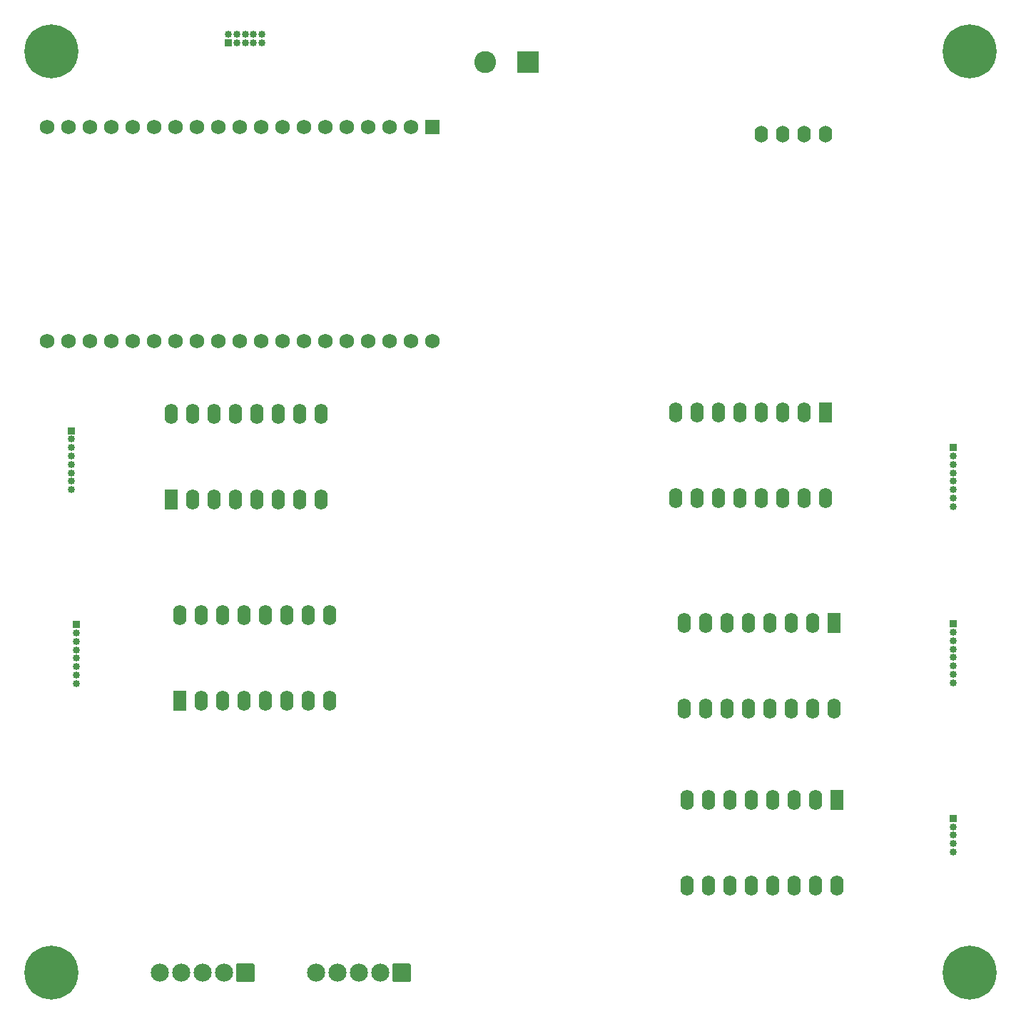
<source format=gbr>
%TF.GenerationSoftware,KiCad,Pcbnew,7.0.10*%
%TF.CreationDate,2024-02-03T22:52:19+05:30*%
%TF.ProjectId,ControlUnit,436f6e74-726f-46c5-956e-69742e6b6963,rev?*%
%TF.SameCoordinates,Original*%
%TF.FileFunction,Soldermask,Bot*%
%TF.FilePolarity,Negative*%
%FSLAX46Y46*%
G04 Gerber Fmt 4.6, Leading zero omitted, Abs format (unit mm)*
G04 Created by KiCad (PCBNEW 7.0.10) date 2024-02-03 22:52:19*
%MOMM*%
%LPD*%
G01*
G04 APERTURE LIST*
G04 Aperture macros list*
%AMRoundRect*
0 Rectangle with rounded corners*
0 $1 Rounding radius*
0 $2 $3 $4 $5 $6 $7 $8 $9 X,Y pos of 4 corners*
0 Add a 4 corners polygon primitive as box body*
4,1,4,$2,$3,$4,$5,$6,$7,$8,$9,$2,$3,0*
0 Add four circle primitives for the rounded corners*
1,1,$1+$1,$2,$3*
1,1,$1+$1,$4,$5*
1,1,$1+$1,$6,$7*
1,1,$1+$1,$8,$9*
0 Add four rect primitives between the rounded corners*
20,1,$1+$1,$2,$3,$4,$5,0*
20,1,$1+$1,$4,$5,$6,$7,0*
20,1,$1+$1,$6,$7,$8,$9,0*
20,1,$1+$1,$8,$9,$2,$3,0*%
G04 Aperture macros list end*
%ADD10R,1.600000X2.400000*%
%ADD11O,1.600000X2.400000*%
%ADD12C,2.134400*%
%ADD13RoundRect,0.102000X-0.965200X-0.965200X0.965200X-0.965200X0.965200X0.965200X-0.965200X0.965200X0*%
%ADD14RoundRect,0.102000X-0.765000X0.765000X-0.765000X-0.765000X0.765000X-0.765000X0.765000X0.765000X0*%
%ADD15C,1.734000*%
%ADD16R,0.850000X0.850000*%
%ADD17O,0.850000X0.850000*%
%ADD18C,0.800000*%
%ADD19C,6.400000*%
%ADD20O,1.600000X2.000000*%
%ADD21R,2.600000X2.600000*%
%ADD22C,2.600000*%
G04 APERTURE END LIST*
D10*
%TO.C,U6*%
X179240000Y-133840000D03*
D11*
X176700000Y-133840000D03*
X174160000Y-133840000D03*
X171620000Y-133840000D03*
X169080000Y-133840000D03*
X166540000Y-133840000D03*
X164000000Y-133840000D03*
X161460000Y-133840000D03*
X161460000Y-144000000D03*
X164000000Y-144000000D03*
X166540000Y-144000000D03*
X169080000Y-144000000D03*
X171620000Y-144000000D03*
X174160000Y-144000000D03*
X176700000Y-144000000D03*
X179240000Y-144000000D03*
%TD*%
D12*
%TO.C,U5*%
X98920000Y-154302900D03*
X101460000Y-154302900D03*
D13*
X109080000Y-154302900D03*
D12*
X104000000Y-154302900D03*
X106540000Y-154302900D03*
%TD*%
D14*
%TO.C,U1*%
X131200000Y-54000000D03*
D15*
X128660000Y-54000000D03*
X126120000Y-54000000D03*
X123580000Y-54000000D03*
X121040000Y-54000000D03*
X118500000Y-54000000D03*
X115960000Y-54000000D03*
X113420000Y-54000000D03*
X110880000Y-54000000D03*
X108340000Y-54000000D03*
X105800000Y-54000000D03*
X103260000Y-54000000D03*
X100720000Y-54000000D03*
X98180000Y-54000000D03*
X95640000Y-54000000D03*
X93100000Y-54000000D03*
X90560000Y-54000000D03*
X88020000Y-54000000D03*
X85480000Y-54000000D03*
X85480000Y-79400000D03*
X88020000Y-79400000D03*
X90560000Y-79400000D03*
X93100000Y-79400000D03*
X95640000Y-79400000D03*
X98180000Y-79400000D03*
X100720000Y-79400000D03*
X103260000Y-79400000D03*
X105800000Y-79400000D03*
X108340000Y-79400000D03*
X110880000Y-79400000D03*
X113420000Y-79400000D03*
X115960000Y-79400000D03*
X118500000Y-79400000D03*
X121040000Y-79400000D03*
X123580000Y-79400000D03*
X126120000Y-79400000D03*
X128660000Y-79400000D03*
X131200000Y-79400000D03*
%TD*%
D16*
%TO.C,J7*%
X193000000Y-92000000D03*
D17*
X193000000Y-93000000D03*
X193000000Y-94000000D03*
X193000000Y-95000000D03*
X193000000Y-96000000D03*
X193000000Y-97000000D03*
X193000000Y-98000000D03*
X193000000Y-99000000D03*
%TD*%
D16*
%TO.C,J8*%
X89000000Y-113000000D03*
D17*
X89000000Y-114000000D03*
X89000000Y-115000000D03*
X89000000Y-116000000D03*
X89000000Y-117000000D03*
X89000000Y-118000000D03*
X89000000Y-119000000D03*
X89000000Y-120000000D03*
%TD*%
D16*
%TO.C,J9*%
X88350000Y-90000000D03*
D17*
X88350000Y-91000000D03*
X88350000Y-92000000D03*
X88350000Y-93000000D03*
X88350000Y-94000000D03*
X88350000Y-95000000D03*
X88350000Y-96000000D03*
X88350000Y-97000000D03*
%TD*%
D16*
%TO.C,J10*%
X193000000Y-112915000D03*
D17*
X193000000Y-113915000D03*
X193000000Y-114915000D03*
X193000000Y-115915000D03*
X193000000Y-116915000D03*
X193000000Y-117915000D03*
X193000000Y-118915000D03*
X193000000Y-119915000D03*
%TD*%
D18*
%TO.C,H4*%
X83600000Y-154302900D03*
X84302944Y-152605844D03*
X84302944Y-155999956D03*
X86000000Y-151902900D03*
D19*
X86000000Y-154302900D03*
D18*
X86000000Y-156702900D03*
X87697056Y-152605844D03*
X87697056Y-155999956D03*
X88400000Y-154302900D03*
%TD*%
D10*
%TO.C,U10*%
X178875000Y-112840000D03*
D11*
X176335000Y-112840000D03*
X173795000Y-112840000D03*
X171255000Y-112840000D03*
X168715000Y-112840000D03*
X166175000Y-112840000D03*
X163635000Y-112840000D03*
X161095000Y-112840000D03*
X161095000Y-123000000D03*
X163635000Y-123000000D03*
X166175000Y-123000000D03*
X168715000Y-123000000D03*
X171255000Y-123000000D03*
X173795000Y-123000000D03*
X176335000Y-123000000D03*
X178875000Y-123000000D03*
%TD*%
D18*
%TO.C,H1*%
X83600000Y-45000000D03*
X84302944Y-43302944D03*
X84302944Y-46697056D03*
X86000000Y-42600000D03*
D19*
X86000000Y-45000000D03*
D18*
X86000000Y-47400000D03*
X87697056Y-43302944D03*
X87697056Y-46697056D03*
X88400000Y-45000000D03*
%TD*%
D20*
%TO.C,Brd1*%
X170280000Y-54800000D03*
X172820000Y-54800000D03*
X175360000Y-54800000D03*
X177900000Y-54800000D03*
%TD*%
D16*
%TO.C,J4*%
X107000000Y-44000000D03*
D17*
X107000000Y-43000000D03*
X108000000Y-44000000D03*
X108000000Y-43000000D03*
X109000000Y-44000000D03*
X109000000Y-43000000D03*
X110000000Y-44000000D03*
X110000000Y-43000000D03*
X111000000Y-44000000D03*
X111000000Y-43000000D03*
%TD*%
D18*
%TO.C,H3*%
X192600000Y-154302900D03*
X193302944Y-152605844D03*
X193302944Y-155999956D03*
X195000000Y-151902900D03*
D19*
X195000000Y-154302900D03*
D18*
X195000000Y-156702900D03*
X196697056Y-152605844D03*
X196697056Y-155999956D03*
X197400000Y-154302900D03*
%TD*%
%TO.C,H2*%
X192600000Y-45000000D03*
X193302944Y-43302944D03*
X193302944Y-46697056D03*
X195000000Y-42600000D03*
D19*
X195000000Y-45000000D03*
D18*
X195000000Y-47400000D03*
X196697056Y-43302944D03*
X196697056Y-46697056D03*
X197400000Y-45000000D03*
%TD*%
D10*
%TO.C,U8*%
X101220000Y-122000000D03*
D11*
X103760000Y-122000000D03*
X106300000Y-122000000D03*
X108840000Y-122000000D03*
X111380000Y-122000000D03*
X113920000Y-122000000D03*
X116460000Y-122000000D03*
X119000000Y-122000000D03*
X119000000Y-111840000D03*
X116460000Y-111840000D03*
X113920000Y-111840000D03*
X111380000Y-111840000D03*
X108840000Y-111840000D03*
X106300000Y-111840000D03*
X103760000Y-111840000D03*
X101220000Y-111840000D03*
%TD*%
D10*
%TO.C,U9*%
X177875000Y-87840000D03*
D11*
X175335000Y-87840000D03*
X172795000Y-87840000D03*
X170255000Y-87840000D03*
X167715000Y-87840000D03*
X165175000Y-87840000D03*
X162635000Y-87840000D03*
X160095000Y-87840000D03*
X160095000Y-98000000D03*
X162635000Y-98000000D03*
X165175000Y-98000000D03*
X167715000Y-98000000D03*
X170255000Y-98000000D03*
X172795000Y-98000000D03*
X175335000Y-98000000D03*
X177875000Y-98000000D03*
%TD*%
D10*
%TO.C,U7*%
X100220000Y-98160000D03*
D11*
X102760000Y-98160000D03*
X105300000Y-98160000D03*
X107840000Y-98160000D03*
X110380000Y-98160000D03*
X112920000Y-98160000D03*
X115460000Y-98160000D03*
X118000000Y-98160000D03*
X118000000Y-88000000D03*
X115460000Y-88000000D03*
X112920000Y-88000000D03*
X110380000Y-88000000D03*
X107840000Y-88000000D03*
X105300000Y-88000000D03*
X102760000Y-88000000D03*
X100220000Y-88000000D03*
%TD*%
D16*
%TO.C,J3*%
X193000000Y-136000000D03*
D17*
X193000000Y-137000000D03*
X193000000Y-138000000D03*
X193000000Y-139000000D03*
X193000000Y-140000000D03*
%TD*%
D12*
%TO.C,U17*%
X117380000Y-154302900D03*
X119920000Y-154302900D03*
D13*
X127540000Y-154302900D03*
D12*
X122460000Y-154302900D03*
X125000000Y-154302900D03*
%TD*%
D21*
%TO.C,J2*%
X142545000Y-46305000D03*
D22*
X137465000Y-46305000D03*
%TD*%
M02*

</source>
